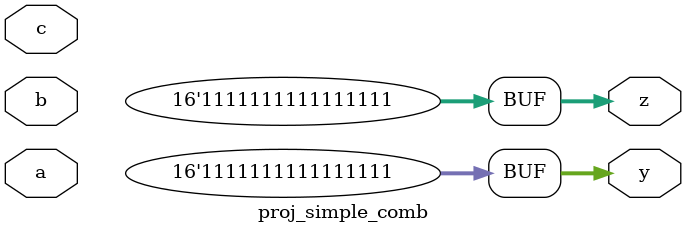
<source format=v>
module proj_simple_comb(
  input  [15:0] a,
                b,
                c,
  output [15:0] y,
                z
);

  assign y = 16'hFFFF;
  assign z = 16'hFFFF;
endmodule


</source>
